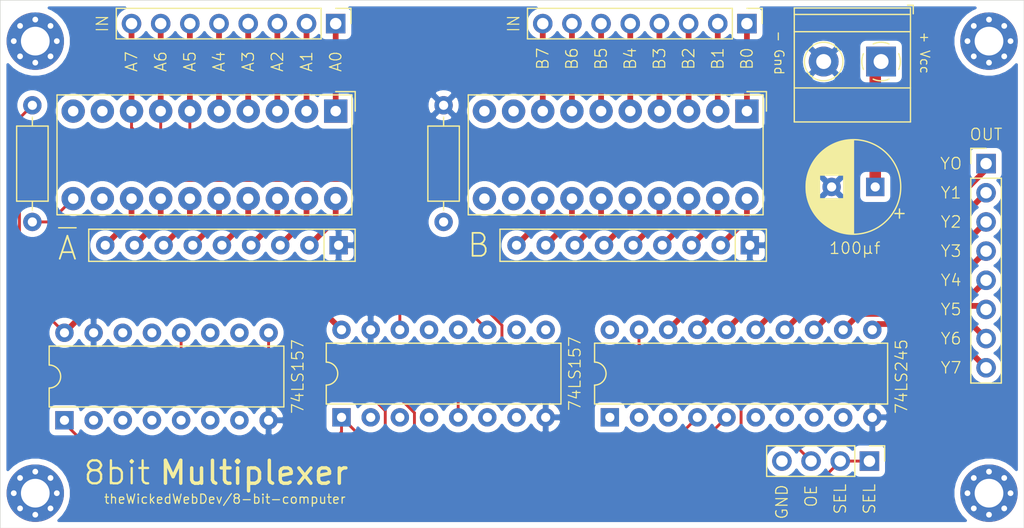
<source format=kicad_pcb>
(kicad_pcb (version 20171130) (host pcbnew "(5.1.9-0-10_14)")
  (layers (0 F.Cu signal) (1 In1.Cu signal) (2 In2.Cu signal) (31 B.Cu signal hide) (34 B.Paste user) (35 F.Paste user) (36 B.SilkS user) (37 F.SilkS user) (38 B.Mask user) (39 F.Mask user) (44 Edge.Cuts user))
  (net 0 "")
  (net 1 VCC)
  (net 2 SELECT)
  (net 3 OE)
  (net 4 A7)
  (net 5 A6)
  (net 6 A5)
  (net 7 A4)
  (net 8 A3)
  (net 9 A2)
  (net 10 A1)
  (net 11 A0)
  (net 12 B7)
  (net 13 B6)
  (net 14 B5)
  (net 15 B4)
  (net 16 B3)
  (net 17 B2)
  (net 18 B1)
  (net 19 B0)
  (net 20 Y7)
  (net 21 Y6)
  (net 22 Y5)
  (net 23 Y4)
  (net 24 Y3)
  (net 25 Y2)
  (net 26 Y1)
  (net 27 Y0)
  (net 28 GND)
  (net 29 Z1)
  (net 30 Z3)
  (net 31 Z0)
  (net 32 Z2)
  (net 33 Z5)
  (net 34 Z4)
  (net 35 Z7)
  (net 36 Z6)
  (net 37 "Net-(BAR1-Pad20)")
  (net 38 "Net-(BAR1-Pad19)")
  (net 39 "Net-(BAR1-Pad18)")
  (net 40 "Net-(BAR1-Pad17)")
  (net 41 "Net-(BAR1-Pad9)")
  (net 42 "Net-(BAR1-Pad11)")
  (net 43 "Net-(BAR1-Pad12)")
  (net 44 "Net-(BAR1-Pad16)")
  (net 45 "Net-(BAR1-Pad15)")
  (net 46 "Net-(BAR1-Pad14)")
  (net 47 "Net-(BAR1-Pad13)")
  (net 48 "Net-(BAR2-Pad20)")
  (net 49 "Net-(BAR2-Pad19)")
  (net 50 "Net-(BAR2-Pad18)")
  (net 51 "Net-(BAR2-Pad17)")
  (net 52 "Net-(BAR2-Pad9)")
  (net 53 "Net-(BAR2-Pad11)")
  (net 54 "Net-(BAR2-Pad12)")
  (net 55 "Net-(BAR2-Pad16)")
  (net 56 "Net-(BAR2-Pad15)")
  (net 57 "Net-(BAR2-Pad14)")
  (net 58 "Net-(BAR2-Pad13)")
  (net 59 "Net-(J3-Pad4)")
  (module MountingHole:MountingHole_2.5mm_Pad_Via (layer F.Cu) (at 190.246 116.078)
    (fp_text reference REF** hide)
    (fp_text value MountingHole_2.5mm_Pad_Via hide)
    (pad 1 thru_hole circle (at 1.325825 -1.325825) (size 0.8 0.8) (drill 0.5) (layers *.Cu *.Mask))
    (pad 1 thru_hole circle (at 0 -1.875) (size 0.8 0.8) (drill 0.5) (layers *.Cu *.Mask))
    (pad 1 thru_hole circle (at -1.325825 -1.325825) (size 0.8 0.8) (drill 0.5) (layers *.Cu *.Mask))
    (pad 1 thru_hole circle (at -1.875 0) (size 0.8 0.8) (drill 0.5) (layers *.Cu *.Mask))
    (pad 1 thru_hole circle (at -1.325825 1.325825) (size 0.8 0.8) (drill 0.5) (layers *.Cu *.Mask))
    (pad 1 thru_hole circle (at 0 1.875) (size 0.8 0.8) (drill 0.5) (layers *.Cu *.Mask))
    (pad 1 thru_hole circle (at 1.325825 1.325825) (size 0.8 0.8) (drill 0.5) (layers *.Cu *.Mask))
    (pad 1 thru_hole circle (at 1.875 0) (size 0.8 0.8) (drill 0.5) (layers *.Cu *.Mask))
    (pad 1 thru_hole circle (at 0 0) (size 5 5) (drill 2.5) (layers *.Cu *.Mask))
  )
  (module MountingHole:MountingHole_2.5mm_Pad_Via (layer F.Cu) (at 190.246 76.708)
    (fp_text reference REF** hide)
    (fp_text value MountingHole_2.5mm_Pad_Via hide)
    (pad 1 thru_hole circle (at 0 0) (size 5 5) (drill 2.5) (layers *.Cu *.Mask))
    (pad 1 thru_hole circle (at 1.875 0) (size 0.8 0.8) (drill 0.5) (layers *.Cu *.Mask))
    (pad 1 thru_hole circle (at 1.325825 1.325825) (size 0.8 0.8) (drill 0.5) (layers *.Cu *.Mask))
    (pad 1 thru_hole circle (at 0 1.875) (size 0.8 0.8) (drill 0.5) (layers *.Cu *.Mask))
    (pad 1 thru_hole circle (at -1.325825 1.325825) (size 0.8 0.8) (drill 0.5) (layers *.Cu *.Mask))
    (pad 1 thru_hole circle (at -1.875 0) (size 0.8 0.8) (drill 0.5) (layers *.Cu *.Mask))
    (pad 1 thru_hole circle (at -1.325825 -1.325825) (size 0.8 0.8) (drill 0.5) (layers *.Cu *.Mask))
    (pad 1 thru_hole circle (at 0 -1.875) (size 0.8 0.8) (drill 0.5) (layers *.Cu *.Mask))
    (pad 1 thru_hole circle (at 1.325825 -1.325825) (size 0.8 0.8) (drill 0.5) (layers *.Cu *.Mask))
  )
  (module MountingHole:MountingHole_2.5mm_Pad_Via (layer F.Cu) (at 107.188 116.078)
    (fp_text reference REF** hide)
    (fp_text value MountingHole_2.5mm_Pad_Via hide)
    (pad 1 thru_hole circle (at 0 0) (size 5 5) (drill 2.5) (layers *.Cu *.Mask))
    (pad 1 thru_hole circle (at 1.875 0) (size 0.8 0.8) (drill 0.5) (layers *.Cu *.Mask))
    (pad 1 thru_hole circle (at 1.325825 1.325825) (size 0.8 0.8) (drill 0.5) (layers *.Cu *.Mask))
    (pad 1 thru_hole circle (at 0 1.875) (size 0.8 0.8) (drill 0.5) (layers *.Cu *.Mask))
    (pad 1 thru_hole circle (at -1.325825 1.325825) (size 0.8 0.8) (drill 0.5) (layers *.Cu *.Mask))
    (pad 1 thru_hole circle (at -1.875 0) (size 0.8 0.8) (drill 0.5) (layers *.Cu *.Mask))
    (pad 1 thru_hole circle (at -1.325825 -1.325825) (size 0.8 0.8) (drill 0.5) (layers *.Cu *.Mask))
    (pad 1 thru_hole circle (at 0 -1.875) (size 0.8 0.8) (drill 0.5) (layers *.Cu *.Mask))
    (pad 1 thru_hole circle (at 1.325825 -1.325825) (size 0.8 0.8) (drill 0.5) (layers *.Cu *.Mask))
  )
  (module MountingHole:MountingHole_2.5mm_Pad_Via (layer F.Cu) (at 107.188 76.708)
    (fp_text reference REF** hide)
    (fp_text value MountingHole_2.5mm_Pad_Via hide)
    (pad 1 thru_hole circle (at 1.325825 -1.325825) (size 0.8 0.8) (drill 0.5) (layers *.Cu *.Mask))
    (pad 1 thru_hole circle (at 0 -1.875) (size 0.8 0.8) (drill 0.5) (layers *.Cu *.Mask))
    (pad 1 thru_hole circle (at -1.325825 -1.325825) (size 0.8 0.8) (drill 0.5) (layers *.Cu *.Mask))
    (pad 1 thru_hole circle (at -1.875 0) (size 0.8 0.8) (drill 0.5) (layers *.Cu *.Mask))
    (pad 1 thru_hole circle (at -1.325825 1.325825) (size 0.8 0.8) (drill 0.5) (layers *.Cu *.Mask))
    (pad 1 thru_hole circle (at 0 1.875) (size 0.8 0.8) (drill 0.5) (layers *.Cu *.Mask))
    (pad 1 thru_hole circle (at 1.325825 1.325825) (size 0.8 0.8) (drill 0.5) (layers *.Cu *.Mask))
    (pad 1 thru_hole circle (at 1.875 0) (size 0.8 0.8) (drill 0.5) (layers *.Cu *.Mask))
    (pad 1 thru_hole circle (at 0 0) (size 5 5) (drill 2.5) (layers *.Cu *.Mask))
  )
  (module Connector_PinHeader_2.54mm:PinHeader_1x04_P2.54mm_Vertical (layer F.Cu) (at 179.832 113.284 270)
    (fp_text reference J3 hide)
    (fp_text value Conn_01x04 hide)
    (pad 4 thru_hole oval (at 0 7.62 270) (size 1.7 1.7) (drill 1) (layers *.Cu *.Mask) (net 59 "Net-(J3-Pad4)"))
    (pad 3 thru_hole oval (at 0 5.08 270) (size 1.7 1.7) (drill 1) (layers *.Cu *.Mask) (net 3 OE))
    (pad 2 thru_hole oval (at 0 2.54 270) (size 1.7 1.7) (drill 1) (layers *.Cu *.Mask) (net 2 SELECT))
    (pad 1 thru_hole rect (at 0 0 270) (size 1.7 1.7) (drill 1) (layers *.Cu *.Mask) (net 2 SELECT))
  )
  (module Resistor_THT:R_Array_SIP9 (layer F.Cu) (at 169.418 94.488 180)
    (fp_text reference RN2 hide)
    (fp_text value R_Network08_US hide)
    (pad 9 thru_hole oval (at 20.32 0 180) (size 1.6 1.6) (drill 0.8) (layers *.Cu *.Mask) (net 58 "Net-(BAR2-Pad13)"))
    (pad 8 thru_hole oval (at 17.78 0 180) (size 1.6 1.6) (drill 0.8) (layers *.Cu *.Mask) (net 57 "Net-(BAR2-Pad14)"))
    (pad 7 thru_hole oval (at 15.24 0 180) (size 1.6 1.6) (drill 0.8) (layers *.Cu *.Mask) (net 56 "Net-(BAR2-Pad15)"))
    (pad 6 thru_hole oval (at 12.7 0 180) (size 1.6 1.6) (drill 0.8) (layers *.Cu *.Mask) (net 55 "Net-(BAR2-Pad16)"))
    (pad 5 thru_hole oval (at 10.16 0 180) (size 1.6 1.6) (drill 0.8) (layers *.Cu *.Mask) (net 51 "Net-(BAR2-Pad17)"))
    (pad 4 thru_hole oval (at 7.62 0 180) (size 1.6 1.6) (drill 0.8) (layers *.Cu *.Mask) (net 50 "Net-(BAR2-Pad18)"))
    (pad 3 thru_hole oval (at 5.08 0 180) (size 1.6 1.6) (drill 0.8) (layers *.Cu *.Mask) (net 49 "Net-(BAR2-Pad19)"))
    (pad 2 thru_hole oval (at 2.54 0 180) (size 1.6 1.6) (drill 0.8) (layers *.Cu *.Mask) (net 48 "Net-(BAR2-Pad20)"))
    (pad 1 thru_hole rect (at 0 0 180) (size 1.6 1.6) (drill 0.8) (layers *.Cu *.Mask) (net 28 GND))
  )
  (module Resistor_THT:R_Array_SIP9 (layer F.Cu) (at 133.604 94.488 180)
    (fp_text reference RN1 hide)
    (fp_text value R_Network08_US hide)
    (pad 9 thru_hole oval (at 20.32 0 180) (size 1.6 1.6) (drill 0.8) (layers *.Cu *.Mask) (net 47 "Net-(BAR1-Pad13)"))
    (pad 8 thru_hole oval (at 17.78 0 180) (size 1.6 1.6) (drill 0.8) (layers *.Cu *.Mask) (net 46 "Net-(BAR1-Pad14)"))
    (pad 7 thru_hole oval (at 15.24 0 180) (size 1.6 1.6) (drill 0.8) (layers *.Cu *.Mask) (net 45 "Net-(BAR1-Pad15)"))
    (pad 6 thru_hole oval (at 12.7 0 180) (size 1.6 1.6) (drill 0.8) (layers *.Cu *.Mask) (net 44 "Net-(BAR1-Pad16)"))
    (pad 5 thru_hole oval (at 10.16 0 180) (size 1.6 1.6) (drill 0.8) (layers *.Cu *.Mask) (net 40 "Net-(BAR1-Pad17)"))
    (pad 4 thru_hole oval (at 7.62 0 180) (size 1.6 1.6) (drill 0.8) (layers *.Cu *.Mask) (net 39 "Net-(BAR1-Pad18)"))
    (pad 3 thru_hole oval (at 5.08 0 180) (size 1.6 1.6) (drill 0.8) (layers *.Cu *.Mask) (net 38 "Net-(BAR1-Pad19)"))
    (pad 2 thru_hole oval (at 2.54 0 180) (size 1.6 1.6) (drill 0.8) (layers *.Cu *.Mask) (net 37 "Net-(BAR1-Pad20)"))
    (pad 1 thru_hole rect (at 0 0 180) (size 1.6 1.6) (drill 0.8) (layers *.Cu *.Mask) (net 28 GND))
  )
  (module Resistor_THT:R_Axial_DIN0207_L6.3mm_D2.5mm_P10.16mm_Horizontal (layer F.Cu) (at 142.748 82.296 270)
    (fp_text reference R3 hide)
    (fp_text value R_Small_US hide)
    (pad 2 thru_hole oval (at 10.16 0 270) (size 1.6 1.6) (drill 0.8) (layers *.Cu *.Mask) (net 53 "Net-(BAR2-Pad11)"))
    (pad 1 thru_hole circle (at 0 0 270) (size 1.6 1.6) (drill 0.8) (layers *.Cu *.Mask) (net 28 GND))
  )
  (module Resistor_THT:R_Axial_DIN0207_L6.3mm_D2.5mm_P10.16mm_Horizontal (layer F.Cu) (at 106.934 82.296 270)
    (fp_text reference R1 hide)
    (fp_text value R_Small_US hide)
    (pad 2 thru_hole oval (at 10.16 0 270) (size 1.6 1.6) (drill 0.8) (layers *.Cu *.Mask) (net 42 "Net-(BAR1-Pad11)"))
    (pad 1 thru_hole circle (at 0 0 270) (size 1.6 1.6) (drill 0.8) (layers *.Cu *.Mask) (net 1 VCC))
  )
  (module Display:HDSP-4830 (layer F.Cu) (at 169.164 82.804 270)
    (fp_text reference BAR2 hide)
    (fp_text value HDSP-4830_2 hide)
    (pad 20 thru_hole circle (at 7.62 0 180) (size 2.032 2.032) (drill 0.9144) (layers *.Cu *.Mask) (net 48 "Net-(BAR2-Pad20)"))
    (pad 19 thru_hole circle (at 7.62 2.54 180) (size 2.032 2.032) (drill 0.9144) (layers *.Cu *.Mask) (net 49 "Net-(BAR2-Pad19)"))
    (pad 18 thru_hole circle (at 7.62 5.08 180) (size 2.032 2.032) (drill 0.9144) (layers *.Cu *.Mask) (net 50 "Net-(BAR2-Pad18)"))
    (pad 17 thru_hole circle (at 7.62 7.62 180) (size 2.032 2.032) (drill 0.9144) (layers *.Cu *.Mask) (net 51 "Net-(BAR2-Pad17)"))
    (pad 9 thru_hole circle (at 0 20.32 180) (size 2.032 2.032) (drill 0.9144) (layers *.Cu *.Mask) (net 52 "Net-(BAR2-Pad9)"))
    (pad 10 thru_hole circle (at 0 22.86 180) (size 2.032 2.032) (drill 0.9144) (layers *.Cu *.Mask) (net 2 SELECT))
    (pad 11 thru_hole circle (at 7.62 22.86 180) (size 2.032 2.032) (drill 0.9144) (layers *.Cu *.Mask) (net 53 "Net-(BAR2-Pad11)"))
    (pad 12 thru_hole circle (at 7.62 20.32 180) (size 2.032 2.032) (drill 0.9144) (layers *.Cu *.Mask) (net 54 "Net-(BAR2-Pad12)"))
    (pad 8 thru_hole circle (at 0 17.78 180) (size 2.032 2.032) (drill 0.9144) (layers *.Cu *.Mask) (net 12 B7))
    (pad 7 thru_hole circle (at 0 15.24 180) (size 2.032 2.032) (drill 0.9144) (layers *.Cu *.Mask) (net 13 B6))
    (pad 6 thru_hole circle (at 0 12.7 180) (size 2.032 2.032) (drill 0.9144) (layers *.Cu *.Mask) (net 14 B5))
    (pad 5 thru_hole circle (at 0 10.16 180) (size 2.032 2.032) (drill 0.9144) (layers *.Cu *.Mask) (net 15 B4))
    (pad 16 thru_hole circle (at 7.62 10.16 180) (size 2.032 2.032) (drill 0.9144) (layers *.Cu *.Mask) (net 55 "Net-(BAR2-Pad16)"))
    (pad 15 thru_hole circle (at 7.62 12.7 180) (size 2.032 2.032) (drill 0.9144) (layers *.Cu *.Mask) (net 56 "Net-(BAR2-Pad15)"))
    (pad 14 thru_hole circle (at 7.62 15.24 180) (size 2.032 2.032) (drill 0.9144) (layers *.Cu *.Mask) (net 57 "Net-(BAR2-Pad14)"))
    (pad 13 thru_hole circle (at 7.62 17.78 180) (size 2.032 2.032) (drill 0.9144) (layers *.Cu *.Mask) (net 58 "Net-(BAR2-Pad13)"))
    (pad 4 thru_hole circle (at 0 7.62 180) (size 2.032 2.032) (drill 0.9144) (layers *.Cu *.Mask) (net 16 B3))
    (pad 3 thru_hole circle (at 0 5.08 180) (size 2.032 2.032) (drill 0.9144) (layers *.Cu *.Mask) (net 17 B2))
    (pad 2 thru_hole circle (at 0 2.54 180) (size 2.032 2.032) (drill 0.9144) (layers *.Cu *.Mask) (net 18 B1))
    (pad 1 thru_hole rect (at 0 0 180) (size 2.032 2.032) (drill 0.9144) (layers *.Cu *.Mask) (net 19 B0))
  )
  (module Display:HDSP-4830 (layer F.Cu) (at 133.35 82.804 270)
    (fp_text reference BAR1 hide)
    (fp_text value HDSP-4830_2 hide)
    (pad 20 thru_hole circle (at 7.62 0 180) (size 2.032 2.032) (drill 0.9144) (layers *.Cu *.Mask) (net 37 "Net-(BAR1-Pad20)"))
    (pad 19 thru_hole circle (at 7.62 2.54 180) (size 2.032 2.032) (drill 0.9144) (layers *.Cu *.Mask) (net 38 "Net-(BAR1-Pad19)"))
    (pad 18 thru_hole circle (at 7.62 5.08 180) (size 2.032 2.032) (drill 0.9144) (layers *.Cu *.Mask) (net 39 "Net-(BAR1-Pad18)"))
    (pad 17 thru_hole circle (at 7.62 7.62 180) (size 2.032 2.032) (drill 0.9144) (layers *.Cu *.Mask) (net 40 "Net-(BAR1-Pad17)"))
    (pad 9 thru_hole circle (at 0 20.32 180) (size 2.032 2.032) (drill 0.9144) (layers *.Cu *.Mask) (net 41 "Net-(BAR1-Pad9)"))
    (pad 10 thru_hole circle (at 0 22.86 180) (size 2.032 2.032) (drill 0.9144) (layers *.Cu *.Mask) (net 2 SELECT))
    (pad 11 thru_hole circle (at 7.62 22.86 180) (size 2.032 2.032) (drill 0.9144) (layers *.Cu *.Mask) (net 42 "Net-(BAR1-Pad11)"))
    (pad 12 thru_hole circle (at 7.62 20.32 180) (size 2.032 2.032) (drill 0.9144) (layers *.Cu *.Mask) (net 43 "Net-(BAR1-Pad12)"))
    (pad 8 thru_hole circle (at 0 17.78 180) (size 2.032 2.032) (drill 0.9144) (layers *.Cu *.Mask) (net 4 A7))
    (pad 7 thru_hole circle (at 0 15.24 180) (size 2.032 2.032) (drill 0.9144) (layers *.Cu *.Mask) (net 5 A6))
    (pad 6 thru_hole circle (at 0 12.7 180) (size 2.032 2.032) (drill 0.9144) (layers *.Cu *.Mask) (net 6 A5))
    (pad 5 thru_hole circle (at 0 10.16 180) (size 2.032 2.032) (drill 0.9144) (layers *.Cu *.Mask) (net 7 A4))
    (pad 16 thru_hole circle (at 7.62 10.16 180) (size 2.032 2.032) (drill 0.9144) (layers *.Cu *.Mask) (net 44 "Net-(BAR1-Pad16)"))
    (pad 15 thru_hole circle (at 7.62 12.7 180) (size 2.032 2.032) (drill 0.9144) (layers *.Cu *.Mask) (net 45 "Net-(BAR1-Pad15)"))
    (pad 14 thru_hole circle (at 7.62 15.24 180) (size 2.032 2.032) (drill 0.9144) (layers *.Cu *.Mask) (net 46 "Net-(BAR1-Pad14)"))
    (pad 13 thru_hole circle (at 7.62 17.78 180) (size 2.032 2.032) (drill 0.9144) (layers *.Cu *.Mask) (net 47 "Net-(BAR1-Pad13)"))
    (pad 4 thru_hole circle (at 0 7.62 180) (size 2.032 2.032) (drill 0.9144) (layers *.Cu *.Mask) (net 8 A3))
    (pad 3 thru_hole circle (at 0 5.08 180) (size 2.032 2.032) (drill 0.9144) (layers *.Cu *.Mask) (net 9 A2))
    (pad 2 thru_hole circle (at 0 2.54 180) (size 2.032 2.032) (drill 0.9144) (layers *.Cu *.Mask) (net 10 A1))
    (pad 1 thru_hole rect (at 0 0 180) (size 2.032 2.032) (drill 0.9144) (layers *.Cu *.Mask) (net 11 A0))
  )
  (module Package_DIP:DIP-20_W7.62mm (layer F.Cu) (at 157.226 109.474 90)
    (fp_text reference U3 hide)
    (fp_text value 74LS245 hide)
    (pad 20 thru_hole oval (at 7.62 0 90) (size 1.6 1.6) (drill 0.8) (layers *.Cu *.Mask) (net 1 VCC))
    (pad 10 thru_hole oval (at 0 22.86 90) (size 1.6 1.6) (drill 0.8) (layers *.Cu *.Mask) (net 28 GND))
    (pad 19 thru_hole oval (at 7.62 2.54 90) (size 1.6 1.6) (drill 0.8) (layers *.Cu *.Mask) (net 3 OE))
    (pad 9 thru_hole oval (at 0 20.32 90) (size 1.6 1.6) (drill 0.8) (layers *.Cu *.Mask) (net 35 Z7))
    (pad 18 thru_hole oval (at 7.62 5.08 90) (size 1.6 1.6) (drill 0.8) (layers *.Cu *.Mask) (net 27 Y0))
    (pad 8 thru_hole oval (at 0 17.78 90) (size 1.6 1.6) (drill 0.8) (layers *.Cu *.Mask) (net 36 Z6))
    (pad 17 thru_hole oval (at 7.62 7.62 90) (size 1.6 1.6) (drill 0.8) (layers *.Cu *.Mask) (net 26 Y1))
    (pad 7 thru_hole oval (at 0 15.24 90) (size 1.6 1.6) (drill 0.8) (layers *.Cu *.Mask) (net 33 Z5))
    (pad 16 thru_hole oval (at 7.62 10.16 90) (size 1.6 1.6) (drill 0.8) (layers *.Cu *.Mask) (net 25 Y2))
    (pad 6 thru_hole oval (at 0 12.7 90) (size 1.6 1.6) (drill 0.8) (layers *.Cu *.Mask) (net 34 Z4))
    (pad 15 thru_hole oval (at 7.62 12.7 90) (size 1.6 1.6) (drill 0.8) (layers *.Cu *.Mask) (net 24 Y3))
    (pad 5 thru_hole oval (at 0 10.16 90) (size 1.6 1.6) (drill 0.8) (layers *.Cu *.Mask) (net 30 Z3))
    (pad 14 thru_hole oval (at 7.62 15.24 90) (size 1.6 1.6) (drill 0.8) (layers *.Cu *.Mask) (net 23 Y4))
    (pad 4 thru_hole oval (at 0 7.62 90) (size 1.6 1.6) (drill 0.8) (layers *.Cu *.Mask) (net 32 Z2))
    (pad 13 thru_hole oval (at 7.62 17.78 90) (size 1.6 1.6) (drill 0.8) (layers *.Cu *.Mask) (net 22 Y5))
    (pad 3 thru_hole oval (at 0 5.08 90) (size 1.6 1.6) (drill 0.8) (layers *.Cu *.Mask) (net 29 Z1))
    (pad 12 thru_hole oval (at 7.62 20.32 90) (size 1.6 1.6) (drill 0.8) (layers *.Cu *.Mask) (net 21 Y6))
    (pad 2 thru_hole oval (at 0 2.54 90) (size 1.6 1.6) (drill 0.8) (layers *.Cu *.Mask) (net 31 Z0))
    (pad 11 thru_hole oval (at 7.62 22.86 90) (size 1.6 1.6) (drill 0.8) (layers *.Cu *.Mask) (net 20 Y7))
    (pad 1 thru_hole rect (at 0 0 90) (size 1.6 1.6) (drill 0.8) (layers *.Cu *.Mask) (net 1 VCC))
  )
  (module Package_DIP:DIP-16_W7.62mm (layer F.Cu) (at 133.858 109.474 90)
    (fp_text reference U2 hide)
    (fp_text value 74LS157 hide)
    (pad 16 thru_hole oval (at 7.62 0 90) (size 1.6 1.6) (drill 0.8) (layers *.Cu *.Mask) (net 1 VCC))
    (pad 8 thru_hole oval (at 0 17.78 90) (size 1.6 1.6) (drill 0.8) (layers *.Cu *.Mask) (net 28 GND))
    (pad 15 thru_hole oval (at 7.62 2.54 90) (size 1.6 1.6) (drill 0.8) (layers *.Cu *.Mask) (net 28 GND))
    (pad 7 thru_hole oval (at 0 15.24 90) (size 1.6 1.6) (drill 0.8) (layers *.Cu *.Mask) (net 33 Z5))
    (pad 14 thru_hole oval (at 7.62 5.08 90) (size 1.6 1.6) (drill 0.8) (layers *.Cu *.Mask) (net 4 A7))
    (pad 6 thru_hole oval (at 0 12.7 90) (size 1.6 1.6) (drill 0.8) (layers *.Cu *.Mask) (net 14 B5))
    (pad 13 thru_hole oval (at 7.62 7.62 90) (size 1.6 1.6) (drill 0.8) (layers *.Cu *.Mask) (net 12 B7))
    (pad 5 thru_hole oval (at 0 10.16 90) (size 1.6 1.6) (drill 0.8) (layers *.Cu *.Mask) (net 6 A5))
    (pad 12 thru_hole oval (at 7.62 10.16 90) (size 1.6 1.6) (drill 0.8) (layers *.Cu *.Mask) (net 35 Z7))
    (pad 4 thru_hole oval (at 0 7.62 90) (size 1.6 1.6) (drill 0.8) (layers *.Cu *.Mask) (net 34 Z4))
    (pad 11 thru_hole oval (at 7.62 12.7 90) (size 1.6 1.6) (drill 0.8) (layers *.Cu *.Mask) (net 5 A6))
    (pad 3 thru_hole oval (at 0 5.08 90) (size 1.6 1.6) (drill 0.8) (layers *.Cu *.Mask) (net 15 B4))
    (pad 10 thru_hole oval (at 7.62 15.24 90) (size 1.6 1.6) (drill 0.8) (layers *.Cu *.Mask) (net 13 B6))
    (pad 2 thru_hole oval (at 0 2.54 90) (size 1.6 1.6) (drill 0.8) (layers *.Cu *.Mask) (net 7 A4))
    (pad 9 thru_hole oval (at 7.62 17.78 90) (size 1.6 1.6) (drill 0.8) (layers *.Cu *.Mask) (net 36 Z6))
    (pad 1 thru_hole rect (at 0 0 90) (size 1.6 1.6) (drill 0.8) (layers *.Cu *.Mask) (net 2 SELECT))
  )
  (module Package_DIP:DIP-16_W7.62mm (layer F.Cu) (at 109.728 109.728 90)
    (fp_text reference U1 hide)
    (fp_text value 74LS157 hide)
    (pad 16 thru_hole oval (at 7.62 0 90) (size 1.6 1.6) (drill 0.8) (layers *.Cu *.Mask) (net 1 VCC))
    (pad 8 thru_hole oval (at 0 17.78 90) (size 1.6 1.6) (drill 0.8) (layers *.Cu *.Mask) (net 28 GND))
    (pad 15 thru_hole oval (at 7.62 2.54 90) (size 1.6 1.6) (drill 0.8) (layers *.Cu *.Mask) (net 28 GND))
    (pad 7 thru_hole oval (at 0 15.24 90) (size 1.6 1.6) (drill 0.8) (layers *.Cu *.Mask) (net 29 Z1))
    (pad 14 thru_hole oval (at 7.62 5.08 90) (size 1.6 1.6) (drill 0.8) (layers *.Cu *.Mask) (net 8 A3))
    (pad 6 thru_hole oval (at 0 12.7 90) (size 1.6 1.6) (drill 0.8) (layers *.Cu *.Mask) (net 18 B1))
    (pad 13 thru_hole oval (at 7.62 7.62 90) (size 1.6 1.6) (drill 0.8) (layers *.Cu *.Mask) (net 16 B3))
    (pad 5 thru_hole oval (at 0 10.16 90) (size 1.6 1.6) (drill 0.8) (layers *.Cu *.Mask) (net 10 A1))
    (pad 12 thru_hole oval (at 7.62 10.16 90) (size 1.6 1.6) (drill 0.8) (layers *.Cu *.Mask) (net 30 Z3))
    (pad 4 thru_hole oval (at 0 7.62 90) (size 1.6 1.6) (drill 0.8) (layers *.Cu *.Mask) (net 31 Z0))
    (pad 11 thru_hole oval (at 7.62 12.7 90) (size 1.6 1.6) (drill 0.8) (layers *.Cu *.Mask) (net 9 A2))
    (pad 3 thru_hole oval (at 0 5.08 90) (size 1.6 1.6) (drill 0.8) (layers *.Cu *.Mask) (net 19 B0))
    (pad 10 thru_hole oval (at 7.62 15.24 90) (size 1.6 1.6) (drill 0.8) (layers *.Cu *.Mask) (net 17 B2))
    (pad 2 thru_hole oval (at 0 2.54 90) (size 1.6 1.6) (drill 0.8) (layers *.Cu *.Mask) (net 11 A0))
    (pad 9 thru_hole oval (at 7.62 17.78 90) (size 1.6 1.6) (drill 0.8) (layers *.Cu *.Mask) (net 32 Z2))
    (pad 1 thru_hole rect (at 0 0 90) (size 1.6 1.6) (drill 0.8) (layers *.Cu *.Mask) (net 2 SELECT))
  )
  (module Connector_PinHeader_2.54mm:PinHeader_1x08_P2.54mm_Vertical (layer F.Cu) (at 189.992 87.376)
    (fp_text reference J6 hide)
    (fp_text value Conn_01x08 hide)
    (pad 8 thru_hole oval (at 0 17.78) (size 1.7 1.7) (drill 1) (layers *.Cu *.Mask) (net 20 Y7))
    (pad 7 thru_hole oval (at 0 15.24) (size 1.7 1.7) (drill 1) (layers *.Cu *.Mask) (net 21 Y6))
    (pad 6 thru_hole oval (at 0 12.7) (size 1.7 1.7) (drill 1) (layers *.Cu *.Mask) (net 22 Y5))
    (pad 5 thru_hole oval (at 0 10.16) (size 1.7 1.7) (drill 1) (layers *.Cu *.Mask) (net 23 Y4))
    (pad 4 thru_hole oval (at 0 7.62) (size 1.7 1.7) (drill 1) (layers *.Cu *.Mask) (net 24 Y3))
    (pad 3 thru_hole oval (at 0 5.08) (size 1.7 1.7) (drill 1) (layers *.Cu *.Mask) (net 25 Y2))
    (pad 2 thru_hole oval (at 0 2.54) (size 1.7 1.7) (drill 1) (layers *.Cu *.Mask) (net 26 Y1))
    (pad 1 thru_hole rect (at 0 0) (size 1.7 1.7) (drill 1) (layers *.Cu *.Mask) (net 27 Y0))
  )
  (module Connector_PinHeader_2.54mm:PinHeader_1x08_P2.54mm_Vertical (layer F.Cu) (at 169.164 75.184 270)
    (fp_text reference J5 hide)
    (fp_text value Conn_01x08 hide)
    (pad 8 thru_hole oval (at 0 17.78 270) (size 1.7 1.7) (drill 1) (layers *.Cu *.Mask) (net 12 B7))
    (pad 7 thru_hole oval (at 0 15.24 270) (size 1.7 1.7) (drill 1) (layers *.Cu *.Mask) (net 13 B6))
    (pad 6 thru_hole oval (at 0 12.7 270) (size 1.7 1.7) (drill 1) (layers *.Cu *.Mask) (net 14 B5))
    (pad 5 thru_hole oval (at 0 10.16 270) (size 1.7 1.7) (drill 1) (layers *.Cu *.Mask) (net 15 B4))
    (pad 4 thru_hole oval (at 0 7.62 270) (size 1.7 1.7) (drill 1) (layers *.Cu *.Mask) (net 16 B3))
    (pad 3 thru_hole oval (at 0 5.08 270) (size 1.7 1.7) (drill 1) (layers *.Cu *.Mask) (net 17 B2))
    (pad 2 thru_hole oval (at 0 2.54 270) (size 1.7 1.7) (drill 1) (layers *.Cu *.Mask) (net 18 B1))
    (pad 1 thru_hole rect (at 0 0 270) (size 1.7 1.7) (drill 1) (layers *.Cu *.Mask) (net 19 B0))
  )
  (module Connector_PinHeader_2.54mm:PinHeader_1x08_P2.54mm_Vertical (layer F.Cu) (at 133.35 75.184 270)
    (fp_text reference J4 hide)
    (fp_text value Conn_01x08 hide)
    (pad 8 thru_hole oval (at 0 17.78 270) (size 1.7 1.7) (drill 1) (layers *.Cu *.Mask) (net 4 A7))
    (pad 7 thru_hole oval (at 0 15.24 270) (size 1.7 1.7) (drill 1) (layers *.Cu *.Mask) (net 5 A6))
    (pad 6 thru_hole oval (at 0 12.7 270) (size 1.7 1.7) (drill 1) (layers *.Cu *.Mask) (net 6 A5))
    (pad 5 thru_hole oval (at 0 10.16 270) (size 1.7 1.7) (drill 1) (layers *.Cu *.Mask) (net 7 A4))
    (pad 4 thru_hole oval (at 0 7.62 270) (size 1.7 1.7) (drill 1) (layers *.Cu *.Mask) (net 8 A3))
    (pad 3 thru_hole oval (at 0 5.08 270) (size 1.7 1.7) (drill 1) (layers *.Cu *.Mask) (net 9 A2))
    (pad 2 thru_hole oval (at 0 2.54 270) (size 1.7 1.7) (drill 1) (layers *.Cu *.Mask) (net 10 A1))
    (pad 1 thru_hole rect (at 0 0 270) (size 1.7 1.7) (drill 1) (layers *.Cu *.Mask) (net 11 A0))
  )
  (module TerminalBlock_Phoenix:TerminalBlock_Phoenix_MKDS-1,5-2_1x02_P5.00mm_Horizontal (layer F.Cu) (at 180.848 78.486 180)
    (fp_text reference J1 hide)
    (fp_text value Screw_Terminal_01x02 hide)
    (pad 2 thru_hole circle (at 5 0 180) (size 2.6 2.6) (drill 1.3) (layers *.Cu *.Mask) (net 28 GND))
    (pad 1 thru_hole rect (at 0 0 180) (size 2.6 2.6) (drill 1.3) (layers *.Cu *.Mask) (net 1 VCC))
  )
  (module Capacitor_THT:CP_Radial_D8.0mm_P3.80mm (layer F.Cu) (at 180.34 89.408 180)
    (fp_text reference C1 hide)
    (fp_text value CP_Small hide)
    (pad 2 thru_hole circle (at 3.8 0 180) (size 1.6 1.6) (drill 0.8) (layers *.Cu *.Mask) (net 28 GND))
    (pad 1 thru_hole rect (at 0 0 180) (size 1.6 1.6) (drill 0.8) (layers *.Cu *.Mask) (net 1 VCC))
  )
  (gr_line (start 104.14 73.152) (end 106.934 73.152) (layer Edge.Cuts) (width 0.05))
  (gr_line (start 104.14 119.126) (end 104.14 73.152) (layer Edge.Cuts) (width 0.05))
  (gr_line (start 193.294 119.126) (end 104.14 119.126) (layer Edge.Cuts) (width 0.05))
  (gr_line (start 193.294 73.152) (end 193.294 119.126) (layer Edge.Cuts) (width 0.05))
  (gr_line (start 106.934 73.152) (end 193.294 73.152) (layer Edge.Cuts) (width 0.05))
  (gr_line (start 109.22 92.964) (end 110.744 92.964) (layer F.SilkS) (width 0.12))
  (gr_text GND (at 172.212 116.84 90) (layer F.SilkS) (effects (font (size 1 1) (thickness 0.1))))
  (gr_text IN (at 113.03 75.184 90) (layer F.SilkS) (effects (font (size 1 1) (thickness 0.1))))
  (gr_text IN (at 148.844 75.184 90) (layer F.SilkS) (effects (font (size 1 1) (thickness 0.1))))
  (gr_text OUT (at 189.992 84.836) (layer F.SilkS) (effects (font (size 1 1) (thickness 0.1))))
  (gr_text theWickedWebDev/8-bit-computer (at 123.698 116.586) (layer F.SilkS) (effects (font (size 0.8 0.8) (thickness 0.1))))
  (gr_text Multiplexer (at 126.238 114.3) (layer F.SilkS) (effects (font (size 2 2) (thickness 0.3))))
  (gr_text 8bit (at 114.3 114.3) (layer F.SilkS) (effects (font (size 2 2) (thickness 0.2))))
  (gr_text 74LS245 (at 182.626 105.918 90) (layer F.SilkS) (effects (font (size 1 1) (thickness 0.1))))
  (gr_text 74LS157 (at 154.178 105.664 90) (layer F.SilkS) (effects (font (size 1 1) (thickness 0.1))))
  (gr_text 74LS157 (at 130.048 105.918 90) (layer F.SilkS) (effects (font (size 1 1) (thickness 0.1))))
  (gr_text "- Gnd" (at 171.958 77.724 270) (layer F.SilkS) (effects (font (size 0.8 0.8) (thickness 0.1))))
  (gr_text "+ Vcc" (at 184.658 77.724 270) (layer F.SilkS) (effects (font (size 0.8 0.8) (thickness 0.1))))
  (gr_text 100µf (at 178.562 94.742) (layer F.SilkS) (effects (font (size 1 1) (thickness 0.1))))
  (gr_text A5 (at 120.65 78.486 90) (layer F.SilkS) (effects (font (size 1 1) (thickness 0.1))))
  (gr_text A2 (at 128.27 78.486 90) (layer F.SilkS) (effects (font (size 1 1) (thickness 0.1))))
  (gr_text A6 (at 118.11 78.486 90) (layer F.SilkS) (effects (font (size 1 1) (thickness 0.1))))
  (gr_text A1 (at 130.81 78.486 90) (layer F.SilkS) (effects (font (size 1 1) (thickness 0.1))))
  (gr_text A0 (at 133.35 78.486 90) (layer F.SilkS) (effects (font (size 1 1) (thickness 0.1))))
  (gr_text A3 (at 125.73 78.486 90) (layer F.SilkS) (effects (font (size 1 1) (thickness 0.1))))
  (gr_text A7 (at 115.57 78.486 90) (layer F.SilkS) (effects (font (size 1 1) (thickness 0.1))))
  (gr_text A4 (at 123.19 78.486 90) (layer F.SilkS) (effects (font (size 1 1) (thickness 0.1))))
  (gr_text Y5 (at 186.944 100.076) (layer F.SilkS) (effects (font (size 1 1) (thickness 0.1))))
  (gr_text Y2 (at 186.944 92.456) (layer F.SilkS) (effects (font (size 1 1) (thickness 0.1))))
  (gr_text Y6 (at 186.944 102.616) (layer F.SilkS) (effects (font (size 1 1) (thickness 0.1))))
  (gr_text Y1 (at 186.944 89.916) (layer F.SilkS) (effects (font (size 1 1) (thickness 0.1))))
  (gr_text YO (at 186.944 87.376) (layer F.SilkS) (effects (font (size 1 1) (thickness 0.1))))
  (gr_text Y3 (at 186.944 94.996) (layer F.SilkS) (effects (font (size 1 1) (thickness 0.1))))
  (gr_text Y7 (at 186.944 105.156) (layer F.SilkS) (effects (font (size 1 1) (thickness 0.1))))
  (gr_text Y4 (at 186.944 97.536) (layer F.SilkS) (effects (font (size 1 1) (thickness 0.1))))
  (gr_text B7 (at 151.384 78.232 90) (layer F.SilkS) (effects (font (size 1 1) (thickness 0.1))))
  (gr_text B6 (at 153.924 78.232 90) (layer F.SilkS) (effects (font (size 1 1) (thickness 0.1))))
  (gr_text B5 (at 156.464 78.232 90) (layer F.SilkS) (effects (font (size 1 1) (thickness 0.1))))
  (gr_text B4 (at 159.004 78.232 90) (layer F.SilkS) (effects (font (size 1 1) (thickness 0.1))))
  (gr_text B3 (at 161.544 78.232 90) (layer F.SilkS) (effects (font (size 1 1) (thickness 0.1))))
  (gr_text B2 (at 164.084 78.232 90) (layer F.SilkS) (effects (font (size 1 1) (thickness 0.1))))
  (gr_text B1 (at 166.624 78.232 90) (layer F.SilkS) (effects (font (size 1 1) (thickness 0.1))))
  (gr_text B0 (at 169.164 78.232 90) (layer F.SilkS) (effects (font (size 1 1) (thickness 0.1))))
  (gr_text SEL (at 179.832 116.586 90) (layer F.SilkS) (effects (font (size 1 1) (thickness 0.1))))
  (gr_text SEL (at 177.292 116.586 90) (layer F.SilkS) (effects (font (size 1 1) (thickness 0.1))))
  (gr_text OE (at 174.752 116.332 90) (layer F.SilkS) (effects (font (size 1 1) (thickness 0.1))))
  (gr_text A (at 109.982 94.742) (layer F.SilkS) (effects (font (size 2 2))))
  (gr_text B (at 145.796 94.488) (layer F.SilkS) (effects (font (size 2 2))))
  (segment (start 180.34 78.994) (end 180.848 78.486) (width 1) (layer F.Cu) (net 1))
  (segment (start 180.34 89.408) (end 180.34 78.994) (width 1) (layer F.Cu) (net 1))
  (segment (start 105.808999 83.421001) (end 105.808999 98.188999) (width 0.25) (layer F.Cu) (net 1))
  (segment (start 105.808999 98.188999) (end 109.728 102.108) (width 0.25) (layer F.Cu) (net 1))
  (segment (start 106.934 82.296) (end 105.808999 83.421001) (width 0.25) (layer F.Cu) (net 1))
  (segment (start 109.728 102.108) (end 111.506 100.33) (width 0.5) (layer F.Cu) (net 1))
  (segment (start 132.334 100.33) (end 133.858 101.854) (width 0.5) (layer F.Cu) (net 1))
  (segment (start 111.506 100.33) (end 132.334 100.33) (width 0.5) (layer F.Cu) (net 1))
  (segment (start 109.728 109.728) (end 109.728 109.982) (width 0.25) (layer F.Cu) (net 2))
  (segment (start 109.728 109.982) (end 111.76 112.014) (width 0.25) (layer F.Cu) (net 2))
  (segment (start 111.76 112.014) (end 132.588 112.014) (width 0.25) (layer F.Cu) (net 2))
  (segment (start 133.858 110.744) (end 133.858 109.474) (width 0.25) (layer F.Cu) (net 2))
  (segment (start 132.588 112.014) (end 133.858 110.744) (width 0.25) (layer F.Cu) (net 2))
  (segment (start 133.858 109.474) (end 139.446 115.062) (width 0.25) (layer F.Cu) (net 2))
  (segment (start 175.514 115.062) (end 177.292 113.284) (width 0.25) (layer F.Cu) (net 2))
  (segment (start 139.446 115.062) (end 175.514 115.062) (width 0.25) (layer F.Cu) (net 2))
  (segment (start 179.832 113.284) (end 177.292 113.284) (width 0.25) (layer F.Cu) (net 2))
  (segment (start 174.752 113.284) (end 172.72 111.252) (width 0.25) (layer F.Cu) (net 3))
  (segment (start 172.72 111.252) (end 169.418 111.252) (width 0.25) (layer F.Cu) (net 3))
  (segment (start 169.418 111.252) (end 168.656 110.49) (width 0.25) (layer F.Cu) (net 3))
  (segment (start 168.656 110.49) (end 168.656 108.458) (width 0.25) (layer F.Cu) (net 3))
  (segment (start 168.656 108.458) (end 163.83 103.632) (width 0.25) (layer F.Cu) (net 3))
  (segment (start 163.83 103.632) (end 160.274 103.632) (width 0.25) (layer F.Cu) (net 3))
  (segment (start 159.766 103.124) (end 159.766 101.854) (width 0.25) (layer F.Cu) (net 3))
  (segment (start 160.274 103.632) (end 159.766 103.124) (width 0.25) (layer F.Cu) (net 3))
  (segment (start 115.57 75.184) (end 115.57 82.804) (width 0.5) (layer F.Cu) (net 4))
  (segment (start 120.171171 88.842011) (end 134.179601 88.842011) (width 0.25) (layer F.Cu) (net 4))
  (segment (start 115.57 82.804) (end 115.57 84.24084) (width 0.25) (layer F.Cu) (net 4))
  (segment (start 134.179601 88.842011) (end 138.938 93.60041) (width 0.25) (layer F.Cu) (net 4))
  (segment (start 115.57 84.24084) (end 120.171171 88.842011) (width 0.25) (layer F.Cu) (net 4))
  (segment (start 138.938 93.60041) (end 138.938 101.854) (width 0.25) (layer F.Cu) (net 4))
  (segment (start 118.11 82.804) (end 118.11 75.184) (width 0.5) (layer F.Cu) (net 5))
  (segment (start 118.11 82.804) (end 118.11 86.106) (width 0.25) (layer F.Cu) (net 5))
  (segment (start 120.396 88.392) (end 134.366 88.392) (width 0.25) (layer F.Cu) (net 5))
  (segment (start 118.11 86.106) (end 120.396 88.392) (width 0.25) (layer F.Cu) (net 5))
  (segment (start 134.366 88.392) (end 139.503989 93.529989) (width 0.25) (layer F.Cu) (net 5))
  (segment (start 142.0536 100.018011) (end 144.722011 100.018011) (width 0.25) (layer F.Cu) (net 5))
  (segment (start 139.503989 97.4684) (end 142.0536 100.018011) (width 0.25) (layer F.Cu) (net 5))
  (segment (start 139.503989 93.529989) (end 139.503989 97.4684) (width 0.25) (layer F.Cu) (net 5))
  (segment (start 144.722011 100.018011) (end 146.558 101.854) (width 0.25) (layer F.Cu) (net 5))
  (segment (start 120.65 75.184) (end 120.65 82.804) (width 0.5) (layer F.Cu) (net 6))
  (segment (start 120.65 82.804) (end 120.65 86.868) (width 0.25) (layer F.Cu) (net 6))
  (segment (start 120.65 86.868) (end 121.666 87.884) (width 0.25) (layer F.Cu) (net 6))
  (segment (start 121.666 87.884) (end 134.62 87.884) (width 0.25) (layer F.Cu) (net 6))
  (segment (start 134.62 87.884) (end 139.954 93.218) (width 0.25) (layer F.Cu) (net 6))
  (segment (start 139.954 93.218) (end 139.954 97.282) (width 0.25) (layer F.Cu) (net 6))
  (segment (start 139.954 97.282) (end 142.24 99.568) (width 0.25) (layer F.Cu) (net 6))
  (segment (start 145.937002 99.568) (end 147.828 101.458998) (width 0.25) (layer F.Cu) (net 6))
  (segment (start 142.24 99.568) (end 145.937002 99.568) (width 0.25) (layer F.Cu) (net 6))
  (segment (start 147.828 101.458998) (end 147.828 103.886) (width 0.25) (layer F.Cu) (net 6))
  (segment (start 147.828 103.886) (end 145.796 105.918) (width 0.25) (layer F.Cu) (net 6))
  (segment (start 145.796 105.918) (end 145.288 105.918) (width 0.25) (layer F.Cu) (net 6))
  (segment (start 144.018 107.188) (end 144.018 109.474) (width 0.25) (layer F.Cu) (net 6))
  (segment (start 145.288 105.918) (end 144.018 107.188) (width 0.25) (layer F.Cu) (net 6))
  (segment (start 123.19 75.184) (end 123.19 82.804) (width 0.5) (layer F.Cu) (net 7))
  (segment (start 125.73 75.184) (end 125.73 82.804) (width 0.5) (layer F.Cu) (net 8))
  (segment (start 128.27 82.804) (end 128.27 75.184) (width 0.5) (layer F.Cu) (net 9))
  (segment (start 130.81 75.184) (end 130.81 82.804) (width 0.5) (layer F.Cu) (net 10))
  (segment (start 133.35 82.804) (end 133.35 75.184) (width 0.5) (layer F.Cu) (net 11))
  (segment (start 151.384 75.184) (end 151.384 82.804) (width 0.5) (layer F.Cu) (net 12))
  (segment (start 153.924 82.804) (end 153.924 75.184) (width 0.5) (layer F.Cu) (net 13))
  (segment (start 156.464 75.184) (end 156.464 82.804) (width 0.5) (layer F.Cu) (net 14))
  (segment (start 159.004 82.804) (end 159.004 75.184) (width 0.5) (layer F.Cu) (net 15))
  (segment (start 161.544 75.184) (end 161.544 82.804) (width 0.5) (layer F.Cu) (net 16))
  (segment (start 164.084 82.804) (end 164.084 75.184) (width 0.5) (layer F.Cu) (net 17))
  (segment (start 166.624 75.184) (end 166.624 82.804) (width 0.5) (layer F.Cu) (net 18))
  (segment (start 169.164 82.804) (end 169.164 75.184) (width 0.5) (layer F.Cu) (net 19))
  (segment (start 186.182 101.346) (end 180.594 101.346) (width 0.5) (layer F.Cu) (net 20))
  (segment (start 180.594 101.346) (end 180.086 101.854) (width 0.5) (layer F.Cu) (net 20))
  (segment (start 189.992 105.156) (end 186.182 101.346) (width 0.5) (layer F.Cu) (net 20))
  (segment (start 187.842066 100.466066) (end 178.933934 100.466066) (width 0.5) (layer F.Cu) (net 21))
  (segment (start 178.933934 100.466066) (end 177.546 101.854) (width 0.5) (layer F.Cu) (net 21))
  (segment (start 189.992 102.616) (end 187.842066 100.466066) (width 0.5) (layer F.Cu) (net 21))
  (segment (start 189.992 100.076) (end 189.682055 99.766055) (width 0.5) (layer F.Cu) (net 22))
  (segment (start 189.682055 99.766055) (end 177.093945 99.766055) (width 0.5) (layer F.Cu) (net 22))
  (segment (start 177.093945 99.766055) (end 175.006 101.854) (width 0.5) (layer F.Cu) (net 22))
  (segment (start 189.992 97.536) (end 188.461956 99.066044) (width 0.5) (layer F.Cu) (net 23))
  (segment (start 188.461956 99.066044) (end 175.253956 99.066044) (width 0.5) (layer F.Cu) (net 23))
  (segment (start 175.253956 99.066044) (end 172.466 101.854) (width 0.5) (layer F.Cu) (net 23))
  (segment (start 186.621967 98.366033) (end 173.413967 98.366033) (width 0.5) (layer F.Cu) (net 24))
  (segment (start 173.413967 98.366033) (end 169.926 101.854) (width 0.5) (layer F.Cu) (net 24))
  (segment (start 189.992 94.996) (end 186.621967 98.366033) (width 0.5) (layer F.Cu) (net 24))
  (segment (start 171.573978 97.666022) (end 167.386 101.854) (width 0.5) (layer F.Cu) (net 25))
  (segment (start 184.781978 97.666022) (end 171.573978 97.666022) (width 0.5) (layer F.Cu) (net 25))
  (segment (start 189.992 92.456) (end 184.781978 97.666022) (width 0.5) (layer F.Cu) (net 25))
  (segment (start 169.733989 96.966011) (end 164.846 101.854) (width 0.5) (layer F.Cu) (net 26))
  (segment (start 182.941989 96.966011) (end 169.733989 96.966011) (width 0.5) (layer F.Cu) (net 26))
  (segment (start 189.992 89.916) (end 182.941989 96.966011) (width 0.5) (layer F.Cu) (net 26))
  (segment (start 189.992 87.376) (end 189.992 87.884) (width 0.5) (layer F.Cu) (net 27))
  (segment (start 189.992 87.884) (end 181.61 96.266) (width 0.5) (layer F.Cu) (net 27))
  (segment (start 167.894 96.266) (end 162.306 101.854) (width 0.5) (layer F.Cu) (net 27))
  (segment (start 181.61 96.266) (end 167.894 96.266) (width 0.5) (layer F.Cu) (net 27))
  (segment (start 119.888 105.664) (end 119.888 102.108) (width 0.25) (layer F.Cu) (net 30))
  (segment (start 139.192 112.014) (end 137.668 110.49) (width 0.25) (layer F.Cu) (net 30))
  (segment (start 137.668 110.49) (end 137.668 108.895499) (width 0.25) (layer F.Cu) (net 30))
  (segment (start 136.214501 107.442) (end 121.666 107.442) (width 0.25) (layer F.Cu) (net 30))
  (segment (start 164.846 112.014) (end 139.192 112.014) (width 0.25) (layer F.Cu) (net 30))
  (segment (start 137.668 108.895499) (end 136.214501 107.442) (width 0.25) (layer F.Cu) (net 30))
  (segment (start 121.666 107.442) (end 119.888 105.664) (width 0.25) (layer F.Cu) (net 30))
  (segment (start 167.386 109.474) (end 164.846 112.014) (width 0.25) (layer F.Cu) (net 30))
  (segment (start 164.846 109.474) (end 162.814 111.506) (width 0.25) (layer F.Cu) (net 32))
  (segment (start 162.814 111.506) (end 141.224 111.506) (width 0.25) (layer F.Cu) (net 32))
  (segment (start 141.224 111.506) (end 140.208 110.49) (width 0.25) (layer F.Cu) (net 32))
  (segment (start 140.208 109.078998) (end 137.809002 106.68) (width 0.25) (layer F.Cu) (net 32))
  (segment (start 140.208 110.49) (end 140.208 109.078998) (width 0.25) (layer F.Cu) (net 32))
  (segment (start 137.809002 106.68) (end 128.524 106.68) (width 0.25) (layer F.Cu) (net 32))
  (segment (start 127.508 105.664) (end 127.508 102.108) (width 0.25) (layer F.Cu) (net 32))
  (segment (start 128.524 106.68) (end 127.508 105.664) (width 0.25) (layer F.Cu) (net 32))
  (segment (start 133.35 92.202) (end 131.064 94.488) (width 0.5) (layer F.Cu) (net 37))
  (segment (start 133.35 90.424) (end 133.35 92.202) (width 0.5) (layer F.Cu) (net 37))
  (segment (start 130.81 92.202) (end 128.524 94.488) (width 0.5) (layer F.Cu) (net 38))
  (segment (start 130.81 90.424) (end 130.81 92.202) (width 0.5) (layer F.Cu) (net 38))
  (segment (start 128.27 92.202) (end 125.984 94.488) (width 0.5) (layer F.Cu) (net 39))
  (segment (start 128.27 90.424) (end 128.27 92.202) (width 0.5) (layer F.Cu) (net 39))
  (segment (start 125.73 92.202) (end 123.444 94.488) (width 0.5) (layer F.Cu) (net 40))
  (segment (start 125.73 90.424) (end 125.73 92.202) (width 0.5) (layer F.Cu) (net 40))
  (segment (start 108.458 92.456) (end 110.49 90.424) (width 0.25) (layer F.Cu) (net 42))
  (segment (start 106.934 92.456) (end 108.458 92.456) (width 0.25) (layer F.Cu) (net 42))
  (segment (start 123.19 92.202) (end 120.904 94.488) (width 0.5) (layer F.Cu) (net 44))
  (segment (start 123.19 90.424) (end 123.19 92.202) (width 0.5) (layer F.Cu) (net 44))
  (segment (start 120.65 92.202) (end 118.364 94.488) (width 0.5) (layer F.Cu) (net 45))
  (segment (start 120.65 90.424) (end 120.65 92.202) (width 0.5) (layer F.Cu) (net 45))
  (segment (start 118.11 92.202) (end 115.824 94.488) (width 0.5) (layer F.Cu) (net 46))
  (segment (start 118.11 90.424) (end 118.11 92.202) (width 0.5) (layer F.Cu) (net 46))
  (segment (start 115.57 92.202) (end 113.284 94.488) (width 0.5) (layer F.Cu) (net 47))
  (segment (start 115.57 90.424) (end 115.57 92.202) (width 0.5) (layer F.Cu) (net 47))
  (segment (start 169.164 92.202) (end 166.878 94.488) (width 0.5) (layer F.Cu) (net 48))
  (segment (start 169.164 90.424) (end 169.164 92.202) (width 0.5) (layer F.Cu) (net 48))
  (segment (start 166.624 92.202) (end 164.338 94.488) (width 0.5) (layer F.Cu) (net 49))
  (segment (start 166.624 90.424) (end 166.624 92.202) (width 0.5) (layer F.Cu) (net 49))
  (segment (start 164.084 92.202) (end 161.798 94.488) (width 0.5) (layer F.Cu) (net 50))
  (segment (start 164.084 90.424) (end 164.084 92.202) (width 0.5) (layer F.Cu) (net 50))
  (segment (start 161.544 92.202) (end 159.258 94.488) (width 0.5) (layer F.Cu) (net 51))
  (segment (start 161.544 90.424) (end 161.544 92.202) (width 0.5) (layer F.Cu) (net 51))
  (segment (start 159.004 92.202) (end 156.718 94.488) (width 0.5) (layer F.Cu) (net 55))
  (segment (start 159.004 90.424) (end 159.004 92.202) (width 0.5) (layer F.Cu) (net 55))
  (segment (start 156.464 92.202) (end 154.178 94.488) (width 0.5) (layer F.Cu) (net 56))
  (segment (start 156.464 90.424) (end 156.464 92.202) (width 0.5) (layer F.Cu) (net 56))
  (segment (start 153.924 92.202) (end 151.638 94.488) (width 0.5) (layer F.Cu) (net 57))
  (segment (start 153.924 90.424) (end 153.924 92.202) (width 0.5) (layer F.Cu) (net 57))
  (segment (start 151.384 92.202) (end 149.098 94.488) (width 0.5) (layer F.Cu) (net 58))
  (segment (start 151.384 90.424) (end 151.384 92.202) (width 0.5) (layer F.Cu) (net 58))
  (zone (net 28) (net_name GND) (layer B.Cu) (connect_pads (clearance 0.508)) (min_thickness 0.254) (fill yes (arc_segments 32) (thermal_gap 0.508) (thermal_bridge_width 0.508))
    (polygon (pts (xy 193.294 119.126) (xy 104.14 119.126) (xy 104.14 73.152) (xy 193.294 73.152)))
  )
)
</source>
